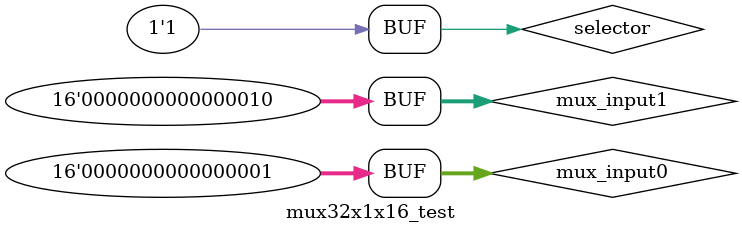
<source format=v>
`timescale 1ns / 1ps


module mux32x1x16_test;

	reg [15:0] mux_input0;
	reg [15:0] mux_input1;
	reg selector;
	wire [15:0] mux_output;

	mux32x1x16 uut (
		.mux_input0(mux_input0), 
		.mux_input1(mux_input1), 
		.selector(selector), 
		.mux_output(mux_output)
	);

	initial begin
		mux_input0 = 1;
		mux_input1 = 2;
		selector = 0;
		#100;
		
		mux_input0 = 1;
		mux_input1 = 2;
		selector = 1;
		#100;
	end
endmodule


</source>
